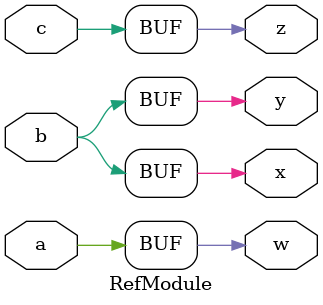
<source format=v>
module RefModule (
  input a,
  input b,
  input c,
  output w,
  output x,
  output y,
  output z
);

  assign {w,x,y,z} = {a,b,b,c};

endmodule
</source>
